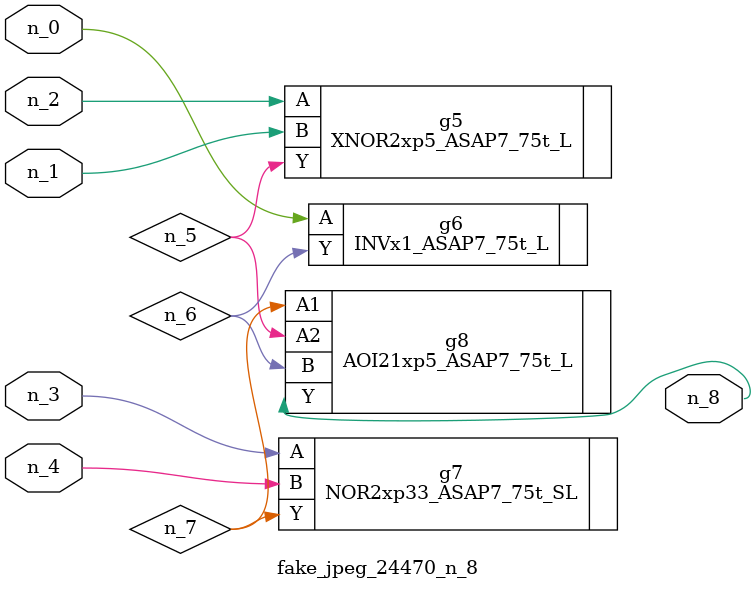
<source format=v>
module fake_jpeg_24470_n_8 (n_3, n_2, n_1, n_0, n_4, n_8);

input n_3;
input n_2;
input n_1;
input n_0;
input n_4;

output n_8;

wire n_6;
wire n_5;
wire n_7;

XNOR2xp5_ASAP7_75t_L g5 ( 
.A(n_2),
.B(n_1),
.Y(n_5)
);

INVx1_ASAP7_75t_L g6 ( 
.A(n_0),
.Y(n_6)
);

NOR2xp33_ASAP7_75t_SL g7 ( 
.A(n_3),
.B(n_4),
.Y(n_7)
);

AOI21xp5_ASAP7_75t_L g8 ( 
.A1(n_7),
.A2(n_5),
.B(n_6),
.Y(n_8)
);


endmodule
</source>
